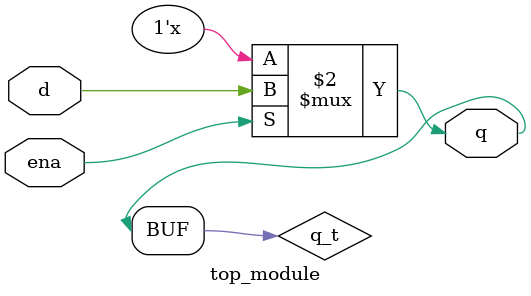
<source format=v>
module top_module (
    input d, 
    input ena,
    output q);
    reg q_t;
    always@(ena,d)
        if (ena)
        q_t<=d;
    assign  q=q_t;
endmodule


</source>
